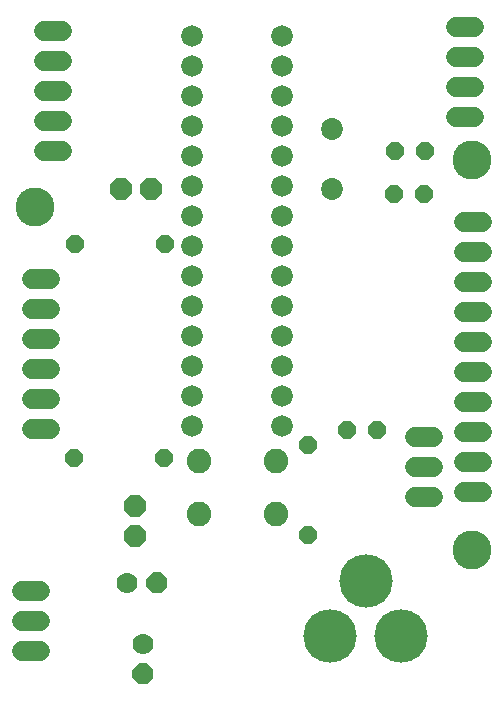
<source format=gbr>
G04 EAGLE Gerber RS-274X export*
G75*
%MOMM*%
%FSLAX34Y34*%
%LPD*%
%INSoldermask Top*%
%IPPOS*%
%AMOC8*
5,1,8,0,0,1.08239X$1,22.5*%
G01*
%ADD10C,3.303200*%
%ADD11P,1.924489X8X292.500000*%
%ADD12C,1.778000*%
%ADD13P,1.924489X8X22.500000*%
%ADD14P,1.649562X8X22.500000*%
%ADD15C,1.727200*%
%ADD16C,4.521200*%
%ADD17P,2.034460X8X22.500000*%
%ADD18P,2.034460X8X112.500000*%
%ADD19P,1.649562X8X202.500000*%
%ADD20P,1.649562X8X112.500000*%
%ADD21C,2.082800*%
%ADD22C,1.828800*%
%ADD23C,1.854200*%


D10*
X40000Y420000D03*
X410000Y130000D03*
X410000Y460000D03*
D11*
X131500Y24800D03*
D12*
X131500Y50200D03*
D13*
X143600Y101500D03*
D12*
X118200Y101500D03*
D14*
X343900Y431500D03*
X369300Y431500D03*
X344900Y467700D03*
X370300Y467700D03*
X304700Y231500D03*
X330100Y231500D03*
D15*
X44720Y44100D02*
X29480Y44100D01*
X29480Y69500D02*
X44720Y69500D01*
X44720Y94900D02*
X29480Y94900D01*
D16*
X290300Y56800D03*
X350300Y56800D03*
X320300Y103800D03*
D15*
X52920Y359400D02*
X37680Y359400D01*
X37680Y334000D02*
X52920Y334000D01*
X52920Y308600D02*
X37680Y308600D01*
X37680Y283200D02*
X52920Y283200D01*
X52920Y257800D02*
X37680Y257800D01*
X37680Y232400D02*
X52920Y232400D01*
X403280Y179000D02*
X418520Y179000D01*
X418520Y204400D02*
X403280Y204400D01*
X403280Y229800D02*
X418520Y229800D01*
X418520Y255200D02*
X403280Y255200D01*
X403280Y280600D02*
X418520Y280600D01*
X418520Y306000D02*
X403280Y306000D01*
X403280Y331400D02*
X418520Y331400D01*
X418520Y356800D02*
X403280Y356800D01*
X403280Y382200D02*
X418520Y382200D01*
X418520Y407600D02*
X403280Y407600D01*
X62920Y569100D02*
X47680Y569100D01*
X47680Y543700D02*
X62920Y543700D01*
X62920Y518300D02*
X47680Y518300D01*
X47680Y492900D02*
X62920Y492900D01*
X62920Y467500D02*
X47680Y467500D01*
X397080Y496600D02*
X412320Y496600D01*
X412320Y522000D02*
X397080Y522000D01*
X397080Y547400D02*
X412320Y547400D01*
X412320Y572800D02*
X397080Y572800D01*
D17*
X113300Y435000D03*
X138700Y435000D03*
D18*
X125000Y141700D03*
X125000Y167100D03*
D19*
X149900Y207700D03*
X73700Y207700D03*
D14*
X74100Y388500D03*
X150300Y388500D03*
D20*
X271500Y142500D03*
X271500Y218700D03*
D21*
X244612Y159894D03*
X179588Y159894D03*
X244612Y205106D03*
X179588Y205106D03*
D22*
X249500Y234700D03*
X249500Y260100D03*
X249500Y285500D03*
X249500Y310900D03*
X249500Y336300D03*
X249500Y361700D03*
X249500Y387100D03*
X249500Y412500D03*
X249500Y437900D03*
X249500Y463300D03*
X249500Y488700D03*
X249500Y514100D03*
X249500Y539500D03*
X249500Y564900D03*
X173300Y564900D03*
X173300Y539500D03*
X173300Y514100D03*
X173300Y488700D03*
X173300Y463300D03*
X173300Y437900D03*
X173300Y412500D03*
X173300Y387100D03*
X173300Y361700D03*
X173300Y336300D03*
X173300Y310900D03*
X173300Y285500D03*
X173300Y260100D03*
X173300Y234700D03*
D23*
X291500Y485900D03*
X291500Y435100D03*
D15*
X362380Y225400D02*
X377620Y225400D01*
X377620Y200000D02*
X362380Y200000D01*
X362380Y174600D02*
X377620Y174600D01*
M02*

</source>
